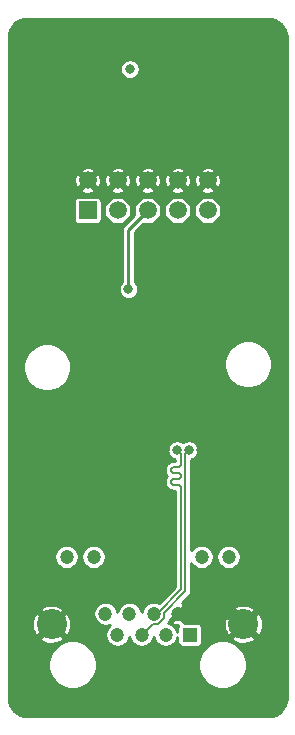
<source format=gtl>
G04 #@! TF.GenerationSoftware,KiCad,Pcbnew,5.1.2*
G04 #@! TF.CreationDate,2019-05-01T14:56:27-06:00*
G04 #@! TF.ProjectId,microphone_array_adapter_board,6d696372-6f70-4686-9f6e-655f61727261,1*
G04 #@! TF.SameCoordinates,PX826a3b0PY7270e00*
G04 #@! TF.FileFunction,Copper,L1,Top*
G04 #@! TF.FilePolarity,Positive*
%FSLAX46Y46*%
G04 Gerber Fmt 4.6, Leading zero omitted, Abs format (unit mm)*
G04 Created by KiCad (PCBNEW 5.1.2) date 2019-05-01 14:56:27*
%MOMM*%
%LPD*%
G04 APERTURE LIST*
%ADD10R,1.200000X1.200000*%
%ADD11C,1.200000*%
%ADD12C,2.550000*%
%ADD13C,1.500000*%
%ADD14R,1.500000X1.500000*%
%ADD15C,0.600000*%
%ADD16C,0.800000*%
%ADD17C,1.016000*%
%ADD18C,0.177800*%
%ADD19C,0.254000*%
G04 APERTURE END LIST*
D10*
X15820000Y7360000D03*
D11*
X14800000Y9140000D03*
X13780000Y7360000D03*
X12770000Y9140000D03*
X11740000Y7360000D03*
X10720000Y9140000D03*
X9700000Y7360000D03*
X8680000Y9140000D03*
X5390000Y13960000D03*
X7680000Y13960000D03*
X16820000Y13960000D03*
X19110000Y13960000D03*
D12*
X4125000Y8250000D03*
X20375000Y8250000D03*
D13*
X17330000Y45820000D03*
X17330000Y43280000D03*
X14790000Y45820000D03*
X14790000Y43280000D03*
X12250000Y45820000D03*
X12250000Y43280000D03*
X9710000Y45820000D03*
X9710000Y43280000D03*
X7170000Y45820000D03*
D14*
X7170000Y43280000D03*
D15*
X10500000Y16750000D03*
X10500000Y11750000D03*
X10500000Y21750000D03*
X10500000Y29250000D03*
X13500000Y16750000D03*
X13500000Y11750000D03*
X13500000Y21750000D03*
X13500000Y19250000D03*
X13500000Y29250000D03*
X15500000Y29250000D03*
X15500000Y26750000D03*
D16*
X13750000Y23000000D03*
X16750000Y23000000D03*
X12250000Y49250000D03*
X16000000Y53750000D03*
X17000000Y1500000D03*
X10250000Y1500000D03*
D15*
X7000000Y31750000D03*
X7000000Y29250000D03*
X7000000Y26750000D03*
X7000000Y24250000D03*
X7000000Y21750000D03*
X7000000Y19250000D03*
X7000000Y16750000D03*
X7000000Y11750000D03*
X7000000Y9250000D03*
X17750000Y31750000D03*
X17750000Y29250000D03*
X17750000Y26750000D03*
X17750000Y24250000D03*
X17750000Y21750000D03*
X17750000Y19250000D03*
X17750000Y16750000D03*
X17750000Y11750000D03*
X17750000Y9250000D03*
D16*
X10750000Y55250000D03*
X14761100Y23000000D03*
X15738900Y23000000D03*
X10625000Y36625000D03*
D17*
X14800000Y9140000D02*
X17640000Y9140000D01*
X19485000Y9140000D02*
X20375000Y8250000D01*
X17640000Y9140000D02*
X19485000Y9140000D01*
D18*
X13017105Y9140000D02*
X12770000Y9140000D01*
X15072200Y11195095D02*
X13017105Y9140000D01*
X15047442Y19930671D02*
X15065931Y19877831D01*
X14978072Y20017658D02*
X15017657Y19978073D01*
X14930670Y20047443D02*
X14978072Y20017658D01*
X14822200Y20072200D02*
X14877830Y20065932D01*
X14425507Y20078469D02*
X14481138Y20072200D01*
X15072200Y19822200D02*
X15072200Y11195095D01*
X14372667Y20096958D02*
X14425507Y20078469D01*
X14255895Y20213730D02*
X14285680Y20166328D01*
X14231138Y20322200D02*
X14237406Y20266570D01*
X14255895Y20430671D02*
X14237406Y20377831D01*
X14325265Y20126743D02*
X14372667Y20096958D01*
X14285680Y20478073D02*
X14255895Y20430671D01*
X14425507Y20565932D02*
X14372667Y20547443D01*
X14877830Y20065932D02*
X14930670Y20047443D01*
X14237406Y20377831D02*
X14231138Y20322200D01*
X14481138Y20572200D02*
X14425507Y20565932D01*
X14877830Y20578469D02*
X14822200Y20572200D01*
X14372667Y21547443D02*
X14325265Y21517658D01*
X14255895Y21430671D02*
X14237406Y21377831D01*
X15017657Y20666328D02*
X14978072Y20626743D01*
X14822200Y21572200D02*
X14481138Y21572200D01*
X15047442Y20713730D02*
X15017657Y20666328D01*
X14877830Y21578469D02*
X14822200Y21572200D01*
X14285680Y21478073D02*
X14255895Y21430671D01*
X15065931Y21766570D02*
X15047442Y21713730D01*
X14930670Y21596958D02*
X14877830Y21578469D01*
X14822200Y21072200D02*
X14877830Y21065932D01*
X14761100Y23000000D02*
X15072200Y22688900D01*
X15072200Y21822200D02*
X15065931Y21766570D01*
X14325265Y21517658D02*
X14285680Y21478073D01*
X15017657Y21666328D02*
X14978072Y21626743D01*
X14425507Y21565932D02*
X14372667Y21547443D01*
X14372667Y21096958D02*
X14425507Y21078469D01*
X15072200Y22688900D02*
X15072200Y21822200D01*
X15065931Y19877831D02*
X15072200Y19822200D01*
X14822200Y20572200D02*
X14481138Y20572200D01*
X14237406Y21377831D02*
X14231138Y21322200D01*
X15017657Y19978073D02*
X15047442Y19930671D01*
X14325265Y20517658D02*
X14285680Y20478073D01*
X15047442Y21713730D02*
X15017657Y21666328D01*
X14231138Y21322200D02*
X14237406Y21266570D01*
X14285680Y20166328D02*
X14325265Y20126743D01*
X14930670Y20596958D02*
X14877830Y20578469D01*
X14481138Y21072200D02*
X14822200Y21072200D01*
X14481138Y20072200D02*
X14822200Y20072200D01*
X14237406Y21266570D02*
X14255895Y21213730D01*
X14285680Y21166328D02*
X14325265Y21126743D01*
X14481138Y21572200D02*
X14425507Y21565932D01*
X14978072Y21626743D02*
X14930670Y21596958D01*
X14425507Y21078469D02*
X14481138Y21072200D01*
X14237406Y20266570D02*
X14255895Y20213730D01*
X15017657Y20978073D02*
X15047442Y20930671D01*
X14325265Y21126743D02*
X14372667Y21096958D01*
X14877830Y21065932D02*
X14930670Y21047443D01*
X15047442Y20930671D02*
X15065931Y20877831D01*
X14372667Y20547443D02*
X14325265Y20517658D01*
X14930670Y21047443D02*
X14978072Y21017658D01*
X15072200Y20822200D02*
X15065931Y20766570D01*
X14255895Y21213730D02*
X14285680Y21166328D01*
X14978072Y21017658D02*
X15017657Y20978073D01*
X14978072Y20626743D02*
X14930670Y20596958D01*
X15065931Y20877831D02*
X15072200Y20822200D01*
X15065931Y20766570D02*
X15047442Y20713730D01*
X12678699Y8298699D02*
X11740000Y7360000D01*
X13611301Y8736175D02*
X13173825Y8298699D01*
X13611301Y9231301D02*
X13611301Y8736175D01*
X15427800Y22688900D02*
X15427800Y11047800D01*
X13173825Y8298699D02*
X12678699Y8298699D01*
X15427800Y11047800D02*
X13611301Y9231301D01*
X15738900Y23000000D02*
X15427800Y22688900D01*
D19*
X10625000Y41655000D02*
X12250000Y43280000D01*
X10625000Y36625000D02*
X10625000Y41655000D01*
G36*
X22794401Y59486822D02*
G01*
X23077586Y59401323D01*
X23338768Y59262450D01*
X23568006Y59075487D01*
X23756562Y58847563D01*
X23897258Y58587350D01*
X23984730Y58304775D01*
X24018001Y57988222D01*
X24018000Y2023578D01*
X23986822Y1705599D01*
X23901324Y1422417D01*
X23762449Y1161231D01*
X23575489Y931995D01*
X23347562Y743437D01*
X23087350Y602742D01*
X22804771Y515269D01*
X22488232Y482000D01*
X2023578Y482000D01*
X1705599Y513178D01*
X1422417Y598676D01*
X1161231Y737551D01*
X931995Y924511D01*
X743437Y1152438D01*
X602742Y1412650D01*
X515269Y1695229D01*
X482000Y2011768D01*
X482000Y5022597D01*
X3843000Y5022597D01*
X3843000Y4617403D01*
X3922049Y4219995D01*
X4077110Y3845645D01*
X4302224Y3508739D01*
X4588739Y3222224D01*
X4925645Y2997110D01*
X5299995Y2842049D01*
X5697403Y2763000D01*
X6102597Y2763000D01*
X6500005Y2842049D01*
X6874355Y2997110D01*
X7211261Y3222224D01*
X7497776Y3508739D01*
X7722890Y3845645D01*
X7877951Y4219995D01*
X7957000Y4617403D01*
X7957000Y5022597D01*
X16543000Y5022597D01*
X16543000Y4617403D01*
X16622049Y4219995D01*
X16777110Y3845645D01*
X17002224Y3508739D01*
X17288739Y3222224D01*
X17625645Y2997110D01*
X17999995Y2842049D01*
X18397403Y2763000D01*
X18802597Y2763000D01*
X19200005Y2842049D01*
X19574355Y2997110D01*
X19911261Y3222224D01*
X20197776Y3508739D01*
X20422890Y3845645D01*
X20577951Y4219995D01*
X20657000Y4617403D01*
X20657000Y5022597D01*
X20577951Y5420005D01*
X20422890Y5794355D01*
X20197776Y6131261D01*
X19911261Y6417776D01*
X19574355Y6642890D01*
X19200005Y6797951D01*
X18802597Y6877000D01*
X18397403Y6877000D01*
X17999995Y6797951D01*
X17625645Y6642890D01*
X17288739Y6417776D01*
X17002224Y6131261D01*
X16777110Y5794355D01*
X16622049Y5420005D01*
X16543000Y5022597D01*
X7957000Y5022597D01*
X7877951Y5420005D01*
X7722890Y5794355D01*
X7497776Y6131261D01*
X7211261Y6417776D01*
X6874355Y6642890D01*
X6500005Y6797951D01*
X6102597Y6877000D01*
X5697403Y6877000D01*
X5299995Y6797951D01*
X4925645Y6642890D01*
X4588739Y6417776D01*
X4302224Y6131261D01*
X4077110Y5794355D01*
X3922049Y5420005D01*
X3843000Y5022597D01*
X482000Y5022597D01*
X482000Y7054555D01*
X3109160Y7054555D01*
X3252515Y6833063D01*
X3545711Y6690075D01*
X3861168Y6607035D01*
X4186764Y6587133D01*
X4509986Y6631134D01*
X4818413Y6737347D01*
X4997485Y6833063D01*
X5140840Y7054555D01*
X4125000Y8070395D01*
X3109160Y7054555D01*
X482000Y7054555D01*
X482000Y8188236D01*
X2462133Y8188236D01*
X2506134Y7865014D01*
X2612347Y7556587D01*
X2708063Y7377515D01*
X2929555Y7234160D01*
X3945395Y8250000D01*
X4304605Y8250000D01*
X5320445Y7234160D01*
X5541937Y7377515D01*
X5684925Y7670711D01*
X5767965Y7986168D01*
X5787867Y8311764D01*
X5743866Y8634986D01*
X5637653Y8943413D01*
X5541937Y9122485D01*
X5357831Y9241643D01*
X7648000Y9241643D01*
X7648000Y9038357D01*
X7687660Y8838977D01*
X7765454Y8651165D01*
X7878394Y8482139D01*
X8022139Y8338394D01*
X8191165Y8225454D01*
X8378977Y8147660D01*
X8578357Y8108000D01*
X8781643Y8108000D01*
X8981023Y8147660D01*
X9086904Y8191517D01*
X9042139Y8161606D01*
X8898394Y8017861D01*
X8785454Y7848835D01*
X8707660Y7661023D01*
X8668000Y7461643D01*
X8668000Y7258357D01*
X8707660Y7058977D01*
X8785454Y6871165D01*
X8898394Y6702139D01*
X9042139Y6558394D01*
X9211165Y6445454D01*
X9398977Y6367660D01*
X9598357Y6328000D01*
X9801643Y6328000D01*
X10001023Y6367660D01*
X10188835Y6445454D01*
X10357861Y6558394D01*
X10501606Y6702139D01*
X10614546Y6871165D01*
X10692340Y7058977D01*
X10720000Y7198030D01*
X10747660Y7058977D01*
X10825454Y6871165D01*
X10938394Y6702139D01*
X11082139Y6558394D01*
X11251165Y6445454D01*
X11438977Y6367660D01*
X11638357Y6328000D01*
X11841643Y6328000D01*
X12041023Y6367660D01*
X12228835Y6445454D01*
X12397861Y6558394D01*
X12541606Y6702139D01*
X12654546Y6871165D01*
X12732340Y7058977D01*
X12760000Y7198030D01*
X12787660Y7058977D01*
X12865454Y6871165D01*
X12978394Y6702139D01*
X13122139Y6558394D01*
X13291165Y6445454D01*
X13478977Y6367660D01*
X13678357Y6328000D01*
X13881643Y6328000D01*
X14081023Y6367660D01*
X14268835Y6445454D01*
X14437861Y6558394D01*
X14581606Y6702139D01*
X14694546Y6871165D01*
X14772340Y7058977D01*
X14785910Y7127197D01*
X14785910Y6760000D01*
X14794251Y6675313D01*
X14818953Y6593881D01*
X14859067Y6518833D01*
X14913052Y6453052D01*
X14978833Y6399067D01*
X15053881Y6358953D01*
X15135313Y6334251D01*
X15220000Y6325910D01*
X16420000Y6325910D01*
X16504687Y6334251D01*
X16586119Y6358953D01*
X16661167Y6399067D01*
X16726948Y6453052D01*
X16780933Y6518833D01*
X16821047Y6593881D01*
X16845749Y6675313D01*
X16854090Y6760000D01*
X16854090Y7054555D01*
X19359160Y7054555D01*
X19502515Y6833063D01*
X19795711Y6690075D01*
X20111168Y6607035D01*
X20436764Y6587133D01*
X20759986Y6631134D01*
X21068413Y6737347D01*
X21247485Y6833063D01*
X21390840Y7054555D01*
X20375000Y8070395D01*
X19359160Y7054555D01*
X16854090Y7054555D01*
X16854090Y7960000D01*
X16845749Y8044687D01*
X16821047Y8126119D01*
X16787845Y8188236D01*
X18712133Y8188236D01*
X18756134Y7865014D01*
X18862347Y7556587D01*
X18958063Y7377515D01*
X19179555Y7234160D01*
X20195395Y8250000D01*
X20554605Y8250000D01*
X21570445Y7234160D01*
X21791937Y7377515D01*
X21934925Y7670711D01*
X22017965Y7986168D01*
X22037867Y8311764D01*
X21993866Y8634986D01*
X21887653Y8943413D01*
X21791937Y9122485D01*
X21570445Y9265840D01*
X20554605Y8250000D01*
X20195395Y8250000D01*
X19179555Y9265840D01*
X18958063Y9122485D01*
X18815075Y8829289D01*
X18732035Y8513832D01*
X18712133Y8188236D01*
X16787845Y8188236D01*
X16780933Y8201167D01*
X16726948Y8266948D01*
X16661167Y8320933D01*
X16586119Y8361047D01*
X16504687Y8385749D01*
X16420000Y8394090D01*
X15320155Y8394090D01*
X15333437Y8426958D01*
X14800000Y8960395D01*
X14266563Y8426958D01*
X14328166Y8274511D01*
X14506081Y8199091D01*
X14695291Y8159829D01*
X14836349Y8158665D01*
X14818953Y8126119D01*
X14794251Y8044687D01*
X14785910Y7960000D01*
X14785910Y7592803D01*
X14772340Y7661023D01*
X14694546Y7848835D01*
X14581606Y8017861D01*
X14437861Y8161606D01*
X14268835Y8274546D01*
X14081023Y8352340D01*
X13985713Y8371299D01*
X14046509Y8445378D01*
X14094878Y8535871D01*
X14124664Y8634061D01*
X14125779Y8645384D01*
X14620395Y9140000D01*
X14979605Y9140000D01*
X15513042Y8606563D01*
X15665489Y8668166D01*
X15740909Y8846081D01*
X15780171Y9035291D01*
X15781765Y9228525D01*
X15745630Y9418356D01*
X15734671Y9445445D01*
X19359160Y9445445D01*
X20375000Y8429605D01*
X21390840Y9445445D01*
X21247485Y9666937D01*
X20954289Y9809925D01*
X20638832Y9892965D01*
X20313236Y9912867D01*
X19990014Y9868866D01*
X19681587Y9762653D01*
X19502515Y9666937D01*
X19359160Y9445445D01*
X15734671Y9445445D01*
X15673155Y9597491D01*
X15665489Y9611834D01*
X15513042Y9673437D01*
X14979605Y9140000D01*
X14620395Y9140000D01*
X14606253Y9154142D01*
X14785858Y9333747D01*
X14800000Y9319605D01*
X15333437Y9853042D01*
X15271834Y10005489D01*
X15166714Y10050050D01*
X15778039Y10661375D01*
X15797914Y10677686D01*
X15863008Y10757003D01*
X15911377Y10847496D01*
X15941163Y10945686D01*
X15948700Y11022213D01*
X15951220Y11047800D01*
X15948700Y11073387D01*
X15948700Y13406443D01*
X16018394Y13302139D01*
X16162139Y13158394D01*
X16331165Y13045454D01*
X16518977Y12967660D01*
X16718357Y12928000D01*
X16921643Y12928000D01*
X17121023Y12967660D01*
X17308835Y13045454D01*
X17477861Y13158394D01*
X17621606Y13302139D01*
X17734546Y13471165D01*
X17812340Y13658977D01*
X17852000Y13858357D01*
X17852000Y14061643D01*
X18078000Y14061643D01*
X18078000Y13858357D01*
X18117660Y13658977D01*
X18195454Y13471165D01*
X18308394Y13302139D01*
X18452139Y13158394D01*
X18621165Y13045454D01*
X18808977Y12967660D01*
X19008357Y12928000D01*
X19211643Y12928000D01*
X19411023Y12967660D01*
X19598835Y13045454D01*
X19767861Y13158394D01*
X19911606Y13302139D01*
X20024546Y13471165D01*
X20102340Y13658977D01*
X20142000Y13858357D01*
X20142000Y14061643D01*
X20102340Y14261023D01*
X20024546Y14448835D01*
X19911606Y14617861D01*
X19767861Y14761606D01*
X19598835Y14874546D01*
X19411023Y14952340D01*
X19211643Y14992000D01*
X19008357Y14992000D01*
X18808977Y14952340D01*
X18621165Y14874546D01*
X18452139Y14761606D01*
X18308394Y14617861D01*
X18195454Y14448835D01*
X18117660Y14261023D01*
X18078000Y14061643D01*
X17852000Y14061643D01*
X17812340Y14261023D01*
X17734546Y14448835D01*
X17621606Y14617861D01*
X17477861Y14761606D01*
X17308835Y14874546D01*
X17121023Y14952340D01*
X16921643Y14992000D01*
X16718357Y14992000D01*
X16518977Y14952340D01*
X16331165Y14874546D01*
X16162139Y14761606D01*
X16018394Y14617861D01*
X15948700Y14513557D01*
X15948700Y22193432D01*
X15981586Y22199973D01*
X16133000Y22262691D01*
X16269269Y22353743D01*
X16385157Y22469631D01*
X16476209Y22605900D01*
X16538927Y22757314D01*
X16570900Y22918055D01*
X16570900Y23081945D01*
X16538927Y23242686D01*
X16476209Y23394100D01*
X16385157Y23530369D01*
X16269269Y23646257D01*
X16133000Y23737309D01*
X15981586Y23800027D01*
X15820845Y23832000D01*
X15656955Y23832000D01*
X15496214Y23800027D01*
X15344800Y23737309D01*
X15250000Y23673966D01*
X15155200Y23737309D01*
X15003786Y23800027D01*
X14843045Y23832000D01*
X14679155Y23832000D01*
X14518414Y23800027D01*
X14367000Y23737309D01*
X14230731Y23646257D01*
X14114843Y23530369D01*
X14023791Y23394100D01*
X13961073Y23242686D01*
X13929100Y23081945D01*
X13929100Y22918055D01*
X13961073Y22757314D01*
X14023791Y22605900D01*
X14114843Y22469631D01*
X14230731Y22353743D01*
X14367000Y22262691D01*
X14518414Y22199973D01*
X14551301Y22193432D01*
X14551301Y22093100D01*
X14528755Y22093100D01*
X14525132Y22093768D01*
X14477530Y22093100D01*
X14455551Y22093100D01*
X14451899Y22092740D01*
X14448242Y22092689D01*
X14426460Y22090235D01*
X14379024Y22085563D01*
X14378155Y22085299D01*
X14352342Y22084213D01*
X14309606Y22073826D01*
X14266558Y22064634D01*
X14236221Y22051566D01*
X14217869Y22045145D01*
X14186002Y22036446D01*
X14146633Y22016802D01*
X14106735Y21998273D01*
X14080065Y21978782D01*
X14063606Y21968440D01*
X14034469Y21952866D01*
X14000455Y21924951D01*
X13965676Y21898005D01*
X13944013Y21873069D01*
X13930268Y21859324D01*
X13905333Y21837662D01*
X13878388Y21802883D01*
X13850473Y21768869D01*
X13834904Y21739742D01*
X13824560Y21723280D01*
X13805064Y21696603D01*
X13786534Y21656700D01*
X13766892Y21617336D01*
X13758192Y21585464D01*
X13751774Y21567122D01*
X13738704Y21536780D01*
X13729510Y21493724D01*
X13719125Y21450995D01*
X13717736Y21417999D01*
X13715559Y21398676D01*
X13709570Y21366193D01*
X13710187Y21322200D01*
X13709570Y21278206D01*
X13715560Y21245717D01*
X13717736Y21226408D01*
X13719125Y21193406D01*
X13729517Y21150650D01*
X13738705Y21107620D01*
X13751773Y21077282D01*
X13758192Y21058937D01*
X13766892Y21027065D01*
X13786534Y20987701D01*
X13805064Y20947798D01*
X13824560Y20921121D01*
X13834904Y20904659D01*
X13850473Y20875532D01*
X13878388Y20841518D01*
X13893354Y20822200D01*
X13878388Y20802883D01*
X13850473Y20768869D01*
X13834904Y20739742D01*
X13824560Y20723280D01*
X13805064Y20696603D01*
X13786534Y20656700D01*
X13766892Y20617336D01*
X13758192Y20585464D01*
X13751774Y20567122D01*
X13738704Y20536780D01*
X13729510Y20493724D01*
X13719125Y20450995D01*
X13717736Y20417999D01*
X13715559Y20398676D01*
X13709570Y20366193D01*
X13710187Y20322200D01*
X13709570Y20278206D01*
X13715560Y20245717D01*
X13717736Y20226408D01*
X13719125Y20193406D01*
X13729517Y20150650D01*
X13738705Y20107620D01*
X13751773Y20077282D01*
X13758192Y20058937D01*
X13766892Y20027065D01*
X13786534Y19987701D01*
X13805064Y19947798D01*
X13824560Y19921121D01*
X13834904Y19904659D01*
X13850473Y19875532D01*
X13878388Y19841518D01*
X13905333Y19806739D01*
X13930268Y19785077D01*
X13944013Y19771332D01*
X13965676Y19746396D01*
X14000455Y19719450D01*
X14034469Y19691535D01*
X14063606Y19675961D01*
X14080065Y19665619D01*
X14106735Y19646128D01*
X14146633Y19627599D01*
X14186002Y19607955D01*
X14217869Y19599256D01*
X14236216Y19592837D01*
X14266549Y19579770D01*
X14309588Y19570579D01*
X14352342Y19560188D01*
X14378152Y19559102D01*
X14379024Y19558837D01*
X14426487Y19554162D01*
X14448233Y19551712D01*
X14451889Y19551661D01*
X14455551Y19551300D01*
X14477565Y19551300D01*
X14525123Y19550632D01*
X14528746Y19551300D01*
X14551300Y19551300D01*
X14551301Y11410860D01*
X13213688Y10073246D01*
X13071023Y10132340D01*
X12871643Y10172000D01*
X12668357Y10172000D01*
X12468977Y10132340D01*
X12281165Y10054546D01*
X12112139Y9941606D01*
X11968394Y9797861D01*
X11855454Y9628835D01*
X11777660Y9441023D01*
X11745000Y9276834D01*
X11712340Y9441023D01*
X11634546Y9628835D01*
X11521606Y9797861D01*
X11377861Y9941606D01*
X11208835Y10054546D01*
X11021023Y10132340D01*
X10821643Y10172000D01*
X10618357Y10172000D01*
X10418977Y10132340D01*
X10231165Y10054546D01*
X10062139Y9941606D01*
X9918394Y9797861D01*
X9805454Y9628835D01*
X9727660Y9441023D01*
X9700000Y9301970D01*
X9672340Y9441023D01*
X9594546Y9628835D01*
X9481606Y9797861D01*
X9337861Y9941606D01*
X9168835Y10054546D01*
X8981023Y10132340D01*
X8781643Y10172000D01*
X8578357Y10172000D01*
X8378977Y10132340D01*
X8191165Y10054546D01*
X8022139Y9941606D01*
X7878394Y9797861D01*
X7765454Y9628835D01*
X7687660Y9441023D01*
X7648000Y9241643D01*
X5357831Y9241643D01*
X5320445Y9265840D01*
X4304605Y8250000D01*
X3945395Y8250000D01*
X2929555Y9265840D01*
X2708063Y9122485D01*
X2565075Y8829289D01*
X2482035Y8513832D01*
X2462133Y8188236D01*
X482000Y8188236D01*
X482000Y9445445D01*
X3109160Y9445445D01*
X4125000Y8429605D01*
X5140840Y9445445D01*
X4997485Y9666937D01*
X4704289Y9809925D01*
X4388832Y9892965D01*
X4063236Y9912867D01*
X3740014Y9868866D01*
X3431587Y9762653D01*
X3252515Y9666937D01*
X3109160Y9445445D01*
X482000Y9445445D01*
X482000Y14061643D01*
X4358000Y14061643D01*
X4358000Y13858357D01*
X4397660Y13658977D01*
X4475454Y13471165D01*
X4588394Y13302139D01*
X4732139Y13158394D01*
X4901165Y13045454D01*
X5088977Y12967660D01*
X5288357Y12928000D01*
X5491643Y12928000D01*
X5691023Y12967660D01*
X5878835Y13045454D01*
X6047861Y13158394D01*
X6191606Y13302139D01*
X6304546Y13471165D01*
X6382340Y13658977D01*
X6422000Y13858357D01*
X6422000Y14061643D01*
X6648000Y14061643D01*
X6648000Y13858357D01*
X6687660Y13658977D01*
X6765454Y13471165D01*
X6878394Y13302139D01*
X7022139Y13158394D01*
X7191165Y13045454D01*
X7378977Y12967660D01*
X7578357Y12928000D01*
X7781643Y12928000D01*
X7981023Y12967660D01*
X8168835Y13045454D01*
X8337861Y13158394D01*
X8481606Y13302139D01*
X8594546Y13471165D01*
X8672340Y13658977D01*
X8712000Y13858357D01*
X8712000Y14061643D01*
X8672340Y14261023D01*
X8594546Y14448835D01*
X8481606Y14617861D01*
X8337861Y14761606D01*
X8168835Y14874546D01*
X7981023Y14952340D01*
X7781643Y14992000D01*
X7578357Y14992000D01*
X7378977Y14952340D01*
X7191165Y14874546D01*
X7022139Y14761606D01*
X6878394Y14617861D01*
X6765454Y14448835D01*
X6687660Y14261023D01*
X6648000Y14061643D01*
X6422000Y14061643D01*
X6382340Y14261023D01*
X6304546Y14448835D01*
X6191606Y14617861D01*
X6047861Y14761606D01*
X5878835Y14874546D01*
X5691023Y14952340D01*
X5491643Y14992000D01*
X5288357Y14992000D01*
X5088977Y14952340D01*
X4901165Y14874546D01*
X4732139Y14761606D01*
X4588394Y14617861D01*
X4475454Y14448835D01*
X4397660Y14261023D01*
X4358000Y14061643D01*
X482000Y14061643D01*
X482000Y30200135D01*
X1718000Y30200135D01*
X1718000Y29799865D01*
X1796089Y29407287D01*
X1949265Y29037487D01*
X2171643Y28704675D01*
X2454675Y28421643D01*
X2787487Y28199265D01*
X3157287Y28046089D01*
X3549865Y27968000D01*
X3950135Y27968000D01*
X4342713Y28046089D01*
X4712513Y28199265D01*
X5045325Y28421643D01*
X5328357Y28704675D01*
X5550735Y29037487D01*
X5703911Y29407287D01*
X5782000Y29799865D01*
X5782000Y30200135D01*
X5732272Y30450135D01*
X18718000Y30450135D01*
X18718000Y30049865D01*
X18796089Y29657287D01*
X18949265Y29287487D01*
X19171643Y28954675D01*
X19454675Y28671643D01*
X19787487Y28449265D01*
X20157287Y28296089D01*
X20549865Y28218000D01*
X20950135Y28218000D01*
X21342713Y28296089D01*
X21712513Y28449265D01*
X22045325Y28671643D01*
X22328357Y28954675D01*
X22550735Y29287487D01*
X22703911Y29657287D01*
X22782000Y30049865D01*
X22782000Y30450135D01*
X22703911Y30842713D01*
X22550735Y31212513D01*
X22328357Y31545325D01*
X22045325Y31828357D01*
X21712513Y32050735D01*
X21342713Y32203911D01*
X20950135Y32282000D01*
X20549865Y32282000D01*
X20157287Y32203911D01*
X19787487Y32050735D01*
X19454675Y31828357D01*
X19171643Y31545325D01*
X18949265Y31212513D01*
X18796089Y30842713D01*
X18718000Y30450135D01*
X5732272Y30450135D01*
X5703911Y30592713D01*
X5550735Y30962513D01*
X5328357Y31295325D01*
X5045325Y31578357D01*
X4712513Y31800735D01*
X4342713Y31953911D01*
X3950135Y32032000D01*
X3549865Y32032000D01*
X3157287Y31953911D01*
X2787487Y31800735D01*
X2454675Y31578357D01*
X2171643Y31295325D01*
X1949265Y30962513D01*
X1796089Y30592713D01*
X1718000Y30200135D01*
X482000Y30200135D01*
X482000Y36706945D01*
X9793000Y36706945D01*
X9793000Y36543055D01*
X9824973Y36382314D01*
X9887691Y36230900D01*
X9978743Y36094631D01*
X10094631Y35978743D01*
X10230900Y35887691D01*
X10382314Y35824973D01*
X10543055Y35793000D01*
X10706945Y35793000D01*
X10867686Y35824973D01*
X11019100Y35887691D01*
X11155369Y35978743D01*
X11271257Y36094631D01*
X11362309Y36230900D01*
X11425027Y36382314D01*
X11457000Y36543055D01*
X11457000Y36706945D01*
X11425027Y36867686D01*
X11362309Y37019100D01*
X11271257Y37155369D01*
X11184000Y37242626D01*
X11184000Y41423456D01*
X11904336Y42143791D01*
X11905223Y42143424D01*
X12133583Y42098000D01*
X12366417Y42098000D01*
X12594777Y42143424D01*
X12809887Y42232525D01*
X13003481Y42361881D01*
X13168119Y42526519D01*
X13297475Y42720113D01*
X13386576Y42935223D01*
X13432000Y43163583D01*
X13432000Y43396417D01*
X13608000Y43396417D01*
X13608000Y43163583D01*
X13653424Y42935223D01*
X13742525Y42720113D01*
X13871881Y42526519D01*
X14036519Y42361881D01*
X14230113Y42232525D01*
X14445223Y42143424D01*
X14673583Y42098000D01*
X14906417Y42098000D01*
X15134777Y42143424D01*
X15349887Y42232525D01*
X15543481Y42361881D01*
X15708119Y42526519D01*
X15837475Y42720113D01*
X15926576Y42935223D01*
X15972000Y43163583D01*
X15972000Y43396417D01*
X16148000Y43396417D01*
X16148000Y43163583D01*
X16193424Y42935223D01*
X16282525Y42720113D01*
X16411881Y42526519D01*
X16576519Y42361881D01*
X16770113Y42232525D01*
X16985223Y42143424D01*
X17213583Y42098000D01*
X17446417Y42098000D01*
X17674777Y42143424D01*
X17889887Y42232525D01*
X18083481Y42361881D01*
X18248119Y42526519D01*
X18377475Y42720113D01*
X18466576Y42935223D01*
X18512000Y43163583D01*
X18512000Y43396417D01*
X18466576Y43624777D01*
X18377475Y43839887D01*
X18248119Y44033481D01*
X18083481Y44198119D01*
X17889887Y44327475D01*
X17674777Y44416576D01*
X17446417Y44462000D01*
X17213583Y44462000D01*
X16985223Y44416576D01*
X16770113Y44327475D01*
X16576519Y44198119D01*
X16411881Y44033481D01*
X16282525Y43839887D01*
X16193424Y43624777D01*
X16148000Y43396417D01*
X15972000Y43396417D01*
X15926576Y43624777D01*
X15837475Y43839887D01*
X15708119Y44033481D01*
X15543481Y44198119D01*
X15349887Y44327475D01*
X15134777Y44416576D01*
X14906417Y44462000D01*
X14673583Y44462000D01*
X14445223Y44416576D01*
X14230113Y44327475D01*
X14036519Y44198119D01*
X13871881Y44033481D01*
X13742525Y43839887D01*
X13653424Y43624777D01*
X13608000Y43396417D01*
X13432000Y43396417D01*
X13386576Y43624777D01*
X13297475Y43839887D01*
X13168119Y44033481D01*
X13003481Y44198119D01*
X12809887Y44327475D01*
X12594777Y44416576D01*
X12366417Y44462000D01*
X12133583Y44462000D01*
X11905223Y44416576D01*
X11690113Y44327475D01*
X11496519Y44198119D01*
X11331881Y44033481D01*
X11202525Y43839887D01*
X11113424Y43624777D01*
X11068000Y43396417D01*
X11068000Y43163583D01*
X11113424Y42935223D01*
X11113791Y42934336D01*
X10249146Y42069690D01*
X10227816Y42052185D01*
X10157961Y41967066D01*
X10106053Y41869954D01*
X10074089Y41764583D01*
X10063296Y41655000D01*
X10066001Y41627536D01*
X10066000Y37242626D01*
X9978743Y37155369D01*
X9887691Y37019100D01*
X9824973Y36867686D01*
X9793000Y36706945D01*
X482000Y36706945D01*
X482000Y44030000D01*
X5985910Y44030000D01*
X5985910Y42530000D01*
X5994251Y42445313D01*
X6018953Y42363881D01*
X6059067Y42288833D01*
X6113052Y42223052D01*
X6178833Y42169067D01*
X6253881Y42128953D01*
X6335313Y42104251D01*
X6420000Y42095910D01*
X7920000Y42095910D01*
X8004687Y42104251D01*
X8086119Y42128953D01*
X8161167Y42169067D01*
X8226948Y42223052D01*
X8280933Y42288833D01*
X8321047Y42363881D01*
X8345749Y42445313D01*
X8354090Y42530000D01*
X8354090Y43396417D01*
X8528000Y43396417D01*
X8528000Y43163583D01*
X8573424Y42935223D01*
X8662525Y42720113D01*
X8791881Y42526519D01*
X8956519Y42361881D01*
X9150113Y42232525D01*
X9365223Y42143424D01*
X9593583Y42098000D01*
X9826417Y42098000D01*
X10054777Y42143424D01*
X10269887Y42232525D01*
X10463481Y42361881D01*
X10628119Y42526519D01*
X10757475Y42720113D01*
X10846576Y42935223D01*
X10892000Y43163583D01*
X10892000Y43396417D01*
X10846576Y43624777D01*
X10757475Y43839887D01*
X10628119Y44033481D01*
X10463481Y44198119D01*
X10269887Y44327475D01*
X10054777Y44416576D01*
X9826417Y44462000D01*
X9593583Y44462000D01*
X9365223Y44416576D01*
X9150113Y44327475D01*
X8956519Y44198119D01*
X8791881Y44033481D01*
X8662525Y43839887D01*
X8573424Y43624777D01*
X8528000Y43396417D01*
X8354090Y43396417D01*
X8354090Y44030000D01*
X8345749Y44114687D01*
X8321047Y44196119D01*
X8280933Y44271167D01*
X8226948Y44336948D01*
X8161167Y44390933D01*
X8086119Y44431047D01*
X8004687Y44455749D01*
X7920000Y44464090D01*
X6420000Y44464090D01*
X6335313Y44455749D01*
X6253881Y44431047D01*
X6178833Y44390933D01*
X6113052Y44336948D01*
X6059067Y44271167D01*
X6018953Y44196119D01*
X5994251Y44114687D01*
X5985910Y44030000D01*
X482000Y44030000D01*
X482000Y44999439D01*
X6529044Y44999439D01*
X6608927Y44831685D01*
X6812519Y44741215D01*
X7029848Y44692202D01*
X7252563Y44686530D01*
X7472106Y44724417D01*
X7680039Y44804407D01*
X7731073Y44831685D01*
X7810956Y44999439D01*
X9069044Y44999439D01*
X9148927Y44831685D01*
X9352519Y44741215D01*
X9569848Y44692202D01*
X9792563Y44686530D01*
X10012106Y44724417D01*
X10220039Y44804407D01*
X10271073Y44831685D01*
X10350956Y44999439D01*
X11609044Y44999439D01*
X11688927Y44831685D01*
X11892519Y44741215D01*
X12109848Y44692202D01*
X12332563Y44686530D01*
X12552106Y44724417D01*
X12760039Y44804407D01*
X12811073Y44831685D01*
X12890956Y44999439D01*
X14149044Y44999439D01*
X14228927Y44831685D01*
X14432519Y44741215D01*
X14649848Y44692202D01*
X14872563Y44686530D01*
X15092106Y44724417D01*
X15300039Y44804407D01*
X15351073Y44831685D01*
X15430956Y44999439D01*
X16689044Y44999439D01*
X16768927Y44831685D01*
X16972519Y44741215D01*
X17189848Y44692202D01*
X17412563Y44686530D01*
X17632106Y44724417D01*
X17840039Y44804407D01*
X17891073Y44831685D01*
X17970956Y44999439D01*
X17330000Y45640395D01*
X16689044Y44999439D01*
X15430956Y44999439D01*
X14790000Y45640395D01*
X14149044Y44999439D01*
X12890956Y44999439D01*
X12250000Y45640395D01*
X11609044Y44999439D01*
X10350956Y44999439D01*
X9710000Y45640395D01*
X9069044Y44999439D01*
X7810956Y44999439D01*
X7170000Y45640395D01*
X6529044Y44999439D01*
X482000Y44999439D01*
X482000Y45737437D01*
X6036530Y45737437D01*
X6074417Y45517894D01*
X6154407Y45309961D01*
X6181685Y45258927D01*
X6349439Y45179044D01*
X6990395Y45820000D01*
X7349605Y45820000D01*
X7990561Y45179044D01*
X8158315Y45258927D01*
X8248785Y45462519D01*
X8297798Y45679848D01*
X8299264Y45737437D01*
X8576530Y45737437D01*
X8614417Y45517894D01*
X8694407Y45309961D01*
X8721685Y45258927D01*
X8889439Y45179044D01*
X9530395Y45820000D01*
X9889605Y45820000D01*
X10530561Y45179044D01*
X10698315Y45258927D01*
X10788785Y45462519D01*
X10837798Y45679848D01*
X10839264Y45737437D01*
X11116530Y45737437D01*
X11154417Y45517894D01*
X11234407Y45309961D01*
X11261685Y45258927D01*
X11429439Y45179044D01*
X12070395Y45820000D01*
X12429605Y45820000D01*
X13070561Y45179044D01*
X13238315Y45258927D01*
X13328785Y45462519D01*
X13377798Y45679848D01*
X13379264Y45737437D01*
X13656530Y45737437D01*
X13694417Y45517894D01*
X13774407Y45309961D01*
X13801685Y45258927D01*
X13969439Y45179044D01*
X14610395Y45820000D01*
X14969605Y45820000D01*
X15610561Y45179044D01*
X15778315Y45258927D01*
X15868785Y45462519D01*
X15917798Y45679848D01*
X15919264Y45737437D01*
X16196530Y45737437D01*
X16234417Y45517894D01*
X16314407Y45309961D01*
X16341685Y45258927D01*
X16509439Y45179044D01*
X17150395Y45820000D01*
X17509605Y45820000D01*
X18150561Y45179044D01*
X18318315Y45258927D01*
X18408785Y45462519D01*
X18457798Y45679848D01*
X18463470Y45902563D01*
X18425583Y46122106D01*
X18345593Y46330039D01*
X18318315Y46381073D01*
X18150561Y46460956D01*
X17509605Y45820000D01*
X17150395Y45820000D01*
X16509439Y46460956D01*
X16341685Y46381073D01*
X16251215Y46177481D01*
X16202202Y45960152D01*
X16196530Y45737437D01*
X15919264Y45737437D01*
X15923470Y45902563D01*
X15885583Y46122106D01*
X15805593Y46330039D01*
X15778315Y46381073D01*
X15610561Y46460956D01*
X14969605Y45820000D01*
X14610395Y45820000D01*
X13969439Y46460956D01*
X13801685Y46381073D01*
X13711215Y46177481D01*
X13662202Y45960152D01*
X13656530Y45737437D01*
X13379264Y45737437D01*
X13383470Y45902563D01*
X13345583Y46122106D01*
X13265593Y46330039D01*
X13238315Y46381073D01*
X13070561Y46460956D01*
X12429605Y45820000D01*
X12070395Y45820000D01*
X11429439Y46460956D01*
X11261685Y46381073D01*
X11171215Y46177481D01*
X11122202Y45960152D01*
X11116530Y45737437D01*
X10839264Y45737437D01*
X10843470Y45902563D01*
X10805583Y46122106D01*
X10725593Y46330039D01*
X10698315Y46381073D01*
X10530561Y46460956D01*
X9889605Y45820000D01*
X9530395Y45820000D01*
X8889439Y46460956D01*
X8721685Y46381073D01*
X8631215Y46177481D01*
X8582202Y45960152D01*
X8576530Y45737437D01*
X8299264Y45737437D01*
X8303470Y45902563D01*
X8265583Y46122106D01*
X8185593Y46330039D01*
X8158315Y46381073D01*
X7990561Y46460956D01*
X7349605Y45820000D01*
X6990395Y45820000D01*
X6349439Y46460956D01*
X6181685Y46381073D01*
X6091215Y46177481D01*
X6042202Y45960152D01*
X6036530Y45737437D01*
X482000Y45737437D01*
X482000Y46640561D01*
X6529044Y46640561D01*
X7170000Y45999605D01*
X7810956Y46640561D01*
X9069044Y46640561D01*
X9710000Y45999605D01*
X10350956Y46640561D01*
X11609044Y46640561D01*
X12250000Y45999605D01*
X12890956Y46640561D01*
X14149044Y46640561D01*
X14790000Y45999605D01*
X15430956Y46640561D01*
X16689044Y46640561D01*
X17330000Y45999605D01*
X17970956Y46640561D01*
X17891073Y46808315D01*
X17687481Y46898785D01*
X17470152Y46947798D01*
X17247437Y46953470D01*
X17027894Y46915583D01*
X16819961Y46835593D01*
X16768927Y46808315D01*
X16689044Y46640561D01*
X15430956Y46640561D01*
X15351073Y46808315D01*
X15147481Y46898785D01*
X14930152Y46947798D01*
X14707437Y46953470D01*
X14487894Y46915583D01*
X14279961Y46835593D01*
X14228927Y46808315D01*
X14149044Y46640561D01*
X12890956Y46640561D01*
X12811073Y46808315D01*
X12607481Y46898785D01*
X12390152Y46947798D01*
X12167437Y46953470D01*
X11947894Y46915583D01*
X11739961Y46835593D01*
X11688927Y46808315D01*
X11609044Y46640561D01*
X10350956Y46640561D01*
X10271073Y46808315D01*
X10067481Y46898785D01*
X9850152Y46947798D01*
X9627437Y46953470D01*
X9407894Y46915583D01*
X9199961Y46835593D01*
X9148927Y46808315D01*
X9069044Y46640561D01*
X7810956Y46640561D01*
X7731073Y46808315D01*
X7527481Y46898785D01*
X7310152Y46947798D01*
X7087437Y46953470D01*
X6867894Y46915583D01*
X6659961Y46835593D01*
X6608927Y46808315D01*
X6529044Y46640561D01*
X482000Y46640561D01*
X482000Y55331945D01*
X9918000Y55331945D01*
X9918000Y55168055D01*
X9949973Y55007314D01*
X10012691Y54855900D01*
X10103743Y54719631D01*
X10219631Y54603743D01*
X10355900Y54512691D01*
X10507314Y54449973D01*
X10668055Y54418000D01*
X10831945Y54418000D01*
X10992686Y54449973D01*
X11144100Y54512691D01*
X11280369Y54603743D01*
X11396257Y54719631D01*
X11487309Y54855900D01*
X11550027Y55007314D01*
X11582000Y55168055D01*
X11582000Y55331945D01*
X11550027Y55492686D01*
X11487309Y55644100D01*
X11396257Y55780369D01*
X11280369Y55896257D01*
X11144100Y55987309D01*
X10992686Y56050027D01*
X10831945Y56082000D01*
X10668055Y56082000D01*
X10507314Y56050027D01*
X10355900Y55987309D01*
X10219631Y55896257D01*
X10103743Y55780369D01*
X10012691Y55644100D01*
X9949973Y55492686D01*
X9918000Y55331945D01*
X482000Y55331945D01*
X482000Y57976422D01*
X513178Y58294401D01*
X598677Y58577586D01*
X737550Y58838768D01*
X924513Y59068006D01*
X1152437Y59256562D01*
X1412650Y59397258D01*
X1695225Y59484730D01*
X2011768Y59518000D01*
X22476422Y59518000D01*
X22794401Y59486822D01*
X22794401Y59486822D01*
G37*
X22794401Y59486822D02*
X23077586Y59401323D01*
X23338768Y59262450D01*
X23568006Y59075487D01*
X23756562Y58847563D01*
X23897258Y58587350D01*
X23984730Y58304775D01*
X24018001Y57988222D01*
X24018000Y2023578D01*
X23986822Y1705599D01*
X23901324Y1422417D01*
X23762449Y1161231D01*
X23575489Y931995D01*
X23347562Y743437D01*
X23087350Y602742D01*
X22804771Y515269D01*
X22488232Y482000D01*
X2023578Y482000D01*
X1705599Y513178D01*
X1422417Y598676D01*
X1161231Y737551D01*
X931995Y924511D01*
X743437Y1152438D01*
X602742Y1412650D01*
X515269Y1695229D01*
X482000Y2011768D01*
X482000Y5022597D01*
X3843000Y5022597D01*
X3843000Y4617403D01*
X3922049Y4219995D01*
X4077110Y3845645D01*
X4302224Y3508739D01*
X4588739Y3222224D01*
X4925645Y2997110D01*
X5299995Y2842049D01*
X5697403Y2763000D01*
X6102597Y2763000D01*
X6500005Y2842049D01*
X6874355Y2997110D01*
X7211261Y3222224D01*
X7497776Y3508739D01*
X7722890Y3845645D01*
X7877951Y4219995D01*
X7957000Y4617403D01*
X7957000Y5022597D01*
X16543000Y5022597D01*
X16543000Y4617403D01*
X16622049Y4219995D01*
X16777110Y3845645D01*
X17002224Y3508739D01*
X17288739Y3222224D01*
X17625645Y2997110D01*
X17999995Y2842049D01*
X18397403Y2763000D01*
X18802597Y2763000D01*
X19200005Y2842049D01*
X19574355Y2997110D01*
X19911261Y3222224D01*
X20197776Y3508739D01*
X20422890Y3845645D01*
X20577951Y4219995D01*
X20657000Y4617403D01*
X20657000Y5022597D01*
X20577951Y5420005D01*
X20422890Y5794355D01*
X20197776Y6131261D01*
X19911261Y6417776D01*
X19574355Y6642890D01*
X19200005Y6797951D01*
X18802597Y6877000D01*
X18397403Y6877000D01*
X17999995Y6797951D01*
X17625645Y6642890D01*
X17288739Y6417776D01*
X17002224Y6131261D01*
X16777110Y5794355D01*
X16622049Y5420005D01*
X16543000Y5022597D01*
X7957000Y5022597D01*
X7877951Y5420005D01*
X7722890Y5794355D01*
X7497776Y6131261D01*
X7211261Y6417776D01*
X6874355Y6642890D01*
X6500005Y6797951D01*
X6102597Y6877000D01*
X5697403Y6877000D01*
X5299995Y6797951D01*
X4925645Y6642890D01*
X4588739Y6417776D01*
X4302224Y6131261D01*
X4077110Y5794355D01*
X3922049Y5420005D01*
X3843000Y5022597D01*
X482000Y5022597D01*
X482000Y7054555D01*
X3109160Y7054555D01*
X3252515Y6833063D01*
X3545711Y6690075D01*
X3861168Y6607035D01*
X4186764Y6587133D01*
X4509986Y6631134D01*
X4818413Y6737347D01*
X4997485Y6833063D01*
X5140840Y7054555D01*
X4125000Y8070395D01*
X3109160Y7054555D01*
X482000Y7054555D01*
X482000Y8188236D01*
X2462133Y8188236D01*
X2506134Y7865014D01*
X2612347Y7556587D01*
X2708063Y7377515D01*
X2929555Y7234160D01*
X3945395Y8250000D01*
X4304605Y8250000D01*
X5320445Y7234160D01*
X5541937Y7377515D01*
X5684925Y7670711D01*
X5767965Y7986168D01*
X5787867Y8311764D01*
X5743866Y8634986D01*
X5637653Y8943413D01*
X5541937Y9122485D01*
X5357831Y9241643D01*
X7648000Y9241643D01*
X7648000Y9038357D01*
X7687660Y8838977D01*
X7765454Y8651165D01*
X7878394Y8482139D01*
X8022139Y8338394D01*
X8191165Y8225454D01*
X8378977Y8147660D01*
X8578357Y8108000D01*
X8781643Y8108000D01*
X8981023Y8147660D01*
X9086904Y8191517D01*
X9042139Y8161606D01*
X8898394Y8017861D01*
X8785454Y7848835D01*
X8707660Y7661023D01*
X8668000Y7461643D01*
X8668000Y7258357D01*
X8707660Y7058977D01*
X8785454Y6871165D01*
X8898394Y6702139D01*
X9042139Y6558394D01*
X9211165Y6445454D01*
X9398977Y6367660D01*
X9598357Y6328000D01*
X9801643Y6328000D01*
X10001023Y6367660D01*
X10188835Y6445454D01*
X10357861Y6558394D01*
X10501606Y6702139D01*
X10614546Y6871165D01*
X10692340Y7058977D01*
X10720000Y7198030D01*
X10747660Y7058977D01*
X10825454Y6871165D01*
X10938394Y6702139D01*
X11082139Y6558394D01*
X11251165Y6445454D01*
X11438977Y6367660D01*
X11638357Y6328000D01*
X11841643Y6328000D01*
X12041023Y6367660D01*
X12228835Y6445454D01*
X12397861Y6558394D01*
X12541606Y6702139D01*
X12654546Y6871165D01*
X12732340Y7058977D01*
X12760000Y7198030D01*
X12787660Y7058977D01*
X12865454Y6871165D01*
X12978394Y6702139D01*
X13122139Y6558394D01*
X13291165Y6445454D01*
X13478977Y6367660D01*
X13678357Y6328000D01*
X13881643Y6328000D01*
X14081023Y6367660D01*
X14268835Y6445454D01*
X14437861Y6558394D01*
X14581606Y6702139D01*
X14694546Y6871165D01*
X14772340Y7058977D01*
X14785910Y7127197D01*
X14785910Y6760000D01*
X14794251Y6675313D01*
X14818953Y6593881D01*
X14859067Y6518833D01*
X14913052Y6453052D01*
X14978833Y6399067D01*
X15053881Y6358953D01*
X15135313Y6334251D01*
X15220000Y6325910D01*
X16420000Y6325910D01*
X16504687Y6334251D01*
X16586119Y6358953D01*
X16661167Y6399067D01*
X16726948Y6453052D01*
X16780933Y6518833D01*
X16821047Y6593881D01*
X16845749Y6675313D01*
X16854090Y6760000D01*
X16854090Y7054555D01*
X19359160Y7054555D01*
X19502515Y6833063D01*
X19795711Y6690075D01*
X20111168Y6607035D01*
X20436764Y6587133D01*
X20759986Y6631134D01*
X21068413Y6737347D01*
X21247485Y6833063D01*
X21390840Y7054555D01*
X20375000Y8070395D01*
X19359160Y7054555D01*
X16854090Y7054555D01*
X16854090Y7960000D01*
X16845749Y8044687D01*
X16821047Y8126119D01*
X16787845Y8188236D01*
X18712133Y8188236D01*
X18756134Y7865014D01*
X18862347Y7556587D01*
X18958063Y7377515D01*
X19179555Y7234160D01*
X20195395Y8250000D01*
X20554605Y8250000D01*
X21570445Y7234160D01*
X21791937Y7377515D01*
X21934925Y7670711D01*
X22017965Y7986168D01*
X22037867Y8311764D01*
X21993866Y8634986D01*
X21887653Y8943413D01*
X21791937Y9122485D01*
X21570445Y9265840D01*
X20554605Y8250000D01*
X20195395Y8250000D01*
X19179555Y9265840D01*
X18958063Y9122485D01*
X18815075Y8829289D01*
X18732035Y8513832D01*
X18712133Y8188236D01*
X16787845Y8188236D01*
X16780933Y8201167D01*
X16726948Y8266948D01*
X16661167Y8320933D01*
X16586119Y8361047D01*
X16504687Y8385749D01*
X16420000Y8394090D01*
X15320155Y8394090D01*
X15333437Y8426958D01*
X14800000Y8960395D01*
X14266563Y8426958D01*
X14328166Y8274511D01*
X14506081Y8199091D01*
X14695291Y8159829D01*
X14836349Y8158665D01*
X14818953Y8126119D01*
X14794251Y8044687D01*
X14785910Y7960000D01*
X14785910Y7592803D01*
X14772340Y7661023D01*
X14694546Y7848835D01*
X14581606Y8017861D01*
X14437861Y8161606D01*
X14268835Y8274546D01*
X14081023Y8352340D01*
X13985713Y8371299D01*
X14046509Y8445378D01*
X14094878Y8535871D01*
X14124664Y8634061D01*
X14125779Y8645384D01*
X14620395Y9140000D01*
X14979605Y9140000D01*
X15513042Y8606563D01*
X15665489Y8668166D01*
X15740909Y8846081D01*
X15780171Y9035291D01*
X15781765Y9228525D01*
X15745630Y9418356D01*
X15734671Y9445445D01*
X19359160Y9445445D01*
X20375000Y8429605D01*
X21390840Y9445445D01*
X21247485Y9666937D01*
X20954289Y9809925D01*
X20638832Y9892965D01*
X20313236Y9912867D01*
X19990014Y9868866D01*
X19681587Y9762653D01*
X19502515Y9666937D01*
X19359160Y9445445D01*
X15734671Y9445445D01*
X15673155Y9597491D01*
X15665489Y9611834D01*
X15513042Y9673437D01*
X14979605Y9140000D01*
X14620395Y9140000D01*
X14606253Y9154142D01*
X14785858Y9333747D01*
X14800000Y9319605D01*
X15333437Y9853042D01*
X15271834Y10005489D01*
X15166714Y10050050D01*
X15778039Y10661375D01*
X15797914Y10677686D01*
X15863008Y10757003D01*
X15911377Y10847496D01*
X15941163Y10945686D01*
X15948700Y11022213D01*
X15951220Y11047800D01*
X15948700Y11073387D01*
X15948700Y13406443D01*
X16018394Y13302139D01*
X16162139Y13158394D01*
X16331165Y13045454D01*
X16518977Y12967660D01*
X16718357Y12928000D01*
X16921643Y12928000D01*
X17121023Y12967660D01*
X17308835Y13045454D01*
X17477861Y13158394D01*
X17621606Y13302139D01*
X17734546Y13471165D01*
X17812340Y13658977D01*
X17852000Y13858357D01*
X17852000Y14061643D01*
X18078000Y14061643D01*
X18078000Y13858357D01*
X18117660Y13658977D01*
X18195454Y13471165D01*
X18308394Y13302139D01*
X18452139Y13158394D01*
X18621165Y13045454D01*
X18808977Y12967660D01*
X19008357Y12928000D01*
X19211643Y12928000D01*
X19411023Y12967660D01*
X19598835Y13045454D01*
X19767861Y13158394D01*
X19911606Y13302139D01*
X20024546Y13471165D01*
X20102340Y13658977D01*
X20142000Y13858357D01*
X20142000Y14061643D01*
X20102340Y14261023D01*
X20024546Y14448835D01*
X19911606Y14617861D01*
X19767861Y14761606D01*
X19598835Y14874546D01*
X19411023Y14952340D01*
X19211643Y14992000D01*
X19008357Y14992000D01*
X18808977Y14952340D01*
X18621165Y14874546D01*
X18452139Y14761606D01*
X18308394Y14617861D01*
X18195454Y14448835D01*
X18117660Y14261023D01*
X18078000Y14061643D01*
X17852000Y14061643D01*
X17812340Y14261023D01*
X17734546Y14448835D01*
X17621606Y14617861D01*
X17477861Y14761606D01*
X17308835Y14874546D01*
X17121023Y14952340D01*
X16921643Y14992000D01*
X16718357Y14992000D01*
X16518977Y14952340D01*
X16331165Y14874546D01*
X16162139Y14761606D01*
X16018394Y14617861D01*
X15948700Y14513557D01*
X15948700Y22193432D01*
X15981586Y22199973D01*
X16133000Y22262691D01*
X16269269Y22353743D01*
X16385157Y22469631D01*
X16476209Y22605900D01*
X16538927Y22757314D01*
X16570900Y22918055D01*
X16570900Y23081945D01*
X16538927Y23242686D01*
X16476209Y23394100D01*
X16385157Y23530369D01*
X16269269Y23646257D01*
X16133000Y23737309D01*
X15981586Y23800027D01*
X15820845Y23832000D01*
X15656955Y23832000D01*
X15496214Y23800027D01*
X15344800Y23737309D01*
X15250000Y23673966D01*
X15155200Y23737309D01*
X15003786Y23800027D01*
X14843045Y23832000D01*
X14679155Y23832000D01*
X14518414Y23800027D01*
X14367000Y23737309D01*
X14230731Y23646257D01*
X14114843Y23530369D01*
X14023791Y23394100D01*
X13961073Y23242686D01*
X13929100Y23081945D01*
X13929100Y22918055D01*
X13961073Y22757314D01*
X14023791Y22605900D01*
X14114843Y22469631D01*
X14230731Y22353743D01*
X14367000Y22262691D01*
X14518414Y22199973D01*
X14551301Y22193432D01*
X14551301Y22093100D01*
X14528755Y22093100D01*
X14525132Y22093768D01*
X14477530Y22093100D01*
X14455551Y22093100D01*
X14451899Y22092740D01*
X14448242Y22092689D01*
X14426460Y22090235D01*
X14379024Y22085563D01*
X14378155Y22085299D01*
X14352342Y22084213D01*
X14309606Y22073826D01*
X14266558Y22064634D01*
X14236221Y22051566D01*
X14217869Y22045145D01*
X14186002Y22036446D01*
X14146633Y22016802D01*
X14106735Y21998273D01*
X14080065Y21978782D01*
X14063606Y21968440D01*
X14034469Y21952866D01*
X14000455Y21924951D01*
X13965676Y21898005D01*
X13944013Y21873069D01*
X13930268Y21859324D01*
X13905333Y21837662D01*
X13878388Y21802883D01*
X13850473Y21768869D01*
X13834904Y21739742D01*
X13824560Y21723280D01*
X13805064Y21696603D01*
X13786534Y21656700D01*
X13766892Y21617336D01*
X13758192Y21585464D01*
X13751774Y21567122D01*
X13738704Y21536780D01*
X13729510Y21493724D01*
X13719125Y21450995D01*
X13717736Y21417999D01*
X13715559Y21398676D01*
X13709570Y21366193D01*
X13710187Y21322200D01*
X13709570Y21278206D01*
X13715560Y21245717D01*
X13717736Y21226408D01*
X13719125Y21193406D01*
X13729517Y21150650D01*
X13738705Y21107620D01*
X13751773Y21077282D01*
X13758192Y21058937D01*
X13766892Y21027065D01*
X13786534Y20987701D01*
X13805064Y20947798D01*
X13824560Y20921121D01*
X13834904Y20904659D01*
X13850473Y20875532D01*
X13878388Y20841518D01*
X13893354Y20822200D01*
X13878388Y20802883D01*
X13850473Y20768869D01*
X13834904Y20739742D01*
X13824560Y20723280D01*
X13805064Y20696603D01*
X13786534Y20656700D01*
X13766892Y20617336D01*
X13758192Y20585464D01*
X13751774Y20567122D01*
X13738704Y20536780D01*
X13729510Y20493724D01*
X13719125Y20450995D01*
X13717736Y20417999D01*
X13715559Y20398676D01*
X13709570Y20366193D01*
X13710187Y20322200D01*
X13709570Y20278206D01*
X13715560Y20245717D01*
X13717736Y20226408D01*
X13719125Y20193406D01*
X13729517Y20150650D01*
X13738705Y20107620D01*
X13751773Y20077282D01*
X13758192Y20058937D01*
X13766892Y20027065D01*
X13786534Y19987701D01*
X13805064Y19947798D01*
X13824560Y19921121D01*
X13834904Y19904659D01*
X13850473Y19875532D01*
X13878388Y19841518D01*
X13905333Y19806739D01*
X13930268Y19785077D01*
X13944013Y19771332D01*
X13965676Y19746396D01*
X14000455Y19719450D01*
X14034469Y19691535D01*
X14063606Y19675961D01*
X14080065Y19665619D01*
X14106735Y19646128D01*
X14146633Y19627599D01*
X14186002Y19607955D01*
X14217869Y19599256D01*
X14236216Y19592837D01*
X14266549Y19579770D01*
X14309588Y19570579D01*
X14352342Y19560188D01*
X14378152Y19559102D01*
X14379024Y19558837D01*
X14426487Y19554162D01*
X14448233Y19551712D01*
X14451889Y19551661D01*
X14455551Y19551300D01*
X14477565Y19551300D01*
X14525123Y19550632D01*
X14528746Y19551300D01*
X14551300Y19551300D01*
X14551301Y11410860D01*
X13213688Y10073246D01*
X13071023Y10132340D01*
X12871643Y10172000D01*
X12668357Y10172000D01*
X12468977Y10132340D01*
X12281165Y10054546D01*
X12112139Y9941606D01*
X11968394Y9797861D01*
X11855454Y9628835D01*
X11777660Y9441023D01*
X11745000Y9276834D01*
X11712340Y9441023D01*
X11634546Y9628835D01*
X11521606Y9797861D01*
X11377861Y9941606D01*
X11208835Y10054546D01*
X11021023Y10132340D01*
X10821643Y10172000D01*
X10618357Y10172000D01*
X10418977Y10132340D01*
X10231165Y10054546D01*
X10062139Y9941606D01*
X9918394Y9797861D01*
X9805454Y9628835D01*
X9727660Y9441023D01*
X9700000Y9301970D01*
X9672340Y9441023D01*
X9594546Y9628835D01*
X9481606Y9797861D01*
X9337861Y9941606D01*
X9168835Y10054546D01*
X8981023Y10132340D01*
X8781643Y10172000D01*
X8578357Y10172000D01*
X8378977Y10132340D01*
X8191165Y10054546D01*
X8022139Y9941606D01*
X7878394Y9797861D01*
X7765454Y9628835D01*
X7687660Y9441023D01*
X7648000Y9241643D01*
X5357831Y9241643D01*
X5320445Y9265840D01*
X4304605Y8250000D01*
X3945395Y8250000D01*
X2929555Y9265840D01*
X2708063Y9122485D01*
X2565075Y8829289D01*
X2482035Y8513832D01*
X2462133Y8188236D01*
X482000Y8188236D01*
X482000Y9445445D01*
X3109160Y9445445D01*
X4125000Y8429605D01*
X5140840Y9445445D01*
X4997485Y9666937D01*
X4704289Y9809925D01*
X4388832Y9892965D01*
X4063236Y9912867D01*
X3740014Y9868866D01*
X3431587Y9762653D01*
X3252515Y9666937D01*
X3109160Y9445445D01*
X482000Y9445445D01*
X482000Y14061643D01*
X4358000Y14061643D01*
X4358000Y13858357D01*
X4397660Y13658977D01*
X4475454Y13471165D01*
X4588394Y13302139D01*
X4732139Y13158394D01*
X4901165Y13045454D01*
X5088977Y12967660D01*
X5288357Y12928000D01*
X5491643Y12928000D01*
X5691023Y12967660D01*
X5878835Y13045454D01*
X6047861Y13158394D01*
X6191606Y13302139D01*
X6304546Y13471165D01*
X6382340Y13658977D01*
X6422000Y13858357D01*
X6422000Y14061643D01*
X6648000Y14061643D01*
X6648000Y13858357D01*
X6687660Y13658977D01*
X6765454Y13471165D01*
X6878394Y13302139D01*
X7022139Y13158394D01*
X7191165Y13045454D01*
X7378977Y12967660D01*
X7578357Y12928000D01*
X7781643Y12928000D01*
X7981023Y12967660D01*
X8168835Y13045454D01*
X8337861Y13158394D01*
X8481606Y13302139D01*
X8594546Y13471165D01*
X8672340Y13658977D01*
X8712000Y13858357D01*
X8712000Y14061643D01*
X8672340Y14261023D01*
X8594546Y14448835D01*
X8481606Y14617861D01*
X8337861Y14761606D01*
X8168835Y14874546D01*
X7981023Y14952340D01*
X7781643Y14992000D01*
X7578357Y14992000D01*
X7378977Y14952340D01*
X7191165Y14874546D01*
X7022139Y14761606D01*
X6878394Y14617861D01*
X6765454Y14448835D01*
X6687660Y14261023D01*
X6648000Y14061643D01*
X6422000Y14061643D01*
X6382340Y14261023D01*
X6304546Y14448835D01*
X6191606Y14617861D01*
X6047861Y14761606D01*
X5878835Y14874546D01*
X5691023Y14952340D01*
X5491643Y14992000D01*
X5288357Y14992000D01*
X5088977Y14952340D01*
X4901165Y14874546D01*
X4732139Y14761606D01*
X4588394Y14617861D01*
X4475454Y14448835D01*
X4397660Y14261023D01*
X4358000Y14061643D01*
X482000Y14061643D01*
X482000Y30200135D01*
X1718000Y30200135D01*
X1718000Y29799865D01*
X1796089Y29407287D01*
X1949265Y29037487D01*
X2171643Y28704675D01*
X2454675Y28421643D01*
X2787487Y28199265D01*
X3157287Y28046089D01*
X3549865Y27968000D01*
X3950135Y27968000D01*
X4342713Y28046089D01*
X4712513Y28199265D01*
X5045325Y28421643D01*
X5328357Y28704675D01*
X5550735Y29037487D01*
X5703911Y29407287D01*
X5782000Y29799865D01*
X5782000Y30200135D01*
X5732272Y30450135D01*
X18718000Y30450135D01*
X18718000Y30049865D01*
X18796089Y29657287D01*
X18949265Y29287487D01*
X19171643Y28954675D01*
X19454675Y28671643D01*
X19787487Y28449265D01*
X20157287Y28296089D01*
X20549865Y28218000D01*
X20950135Y28218000D01*
X21342713Y28296089D01*
X21712513Y28449265D01*
X22045325Y28671643D01*
X22328357Y28954675D01*
X22550735Y29287487D01*
X22703911Y29657287D01*
X22782000Y30049865D01*
X22782000Y30450135D01*
X22703911Y30842713D01*
X22550735Y31212513D01*
X22328357Y31545325D01*
X22045325Y31828357D01*
X21712513Y32050735D01*
X21342713Y32203911D01*
X20950135Y32282000D01*
X20549865Y32282000D01*
X20157287Y32203911D01*
X19787487Y32050735D01*
X19454675Y31828357D01*
X19171643Y31545325D01*
X18949265Y31212513D01*
X18796089Y30842713D01*
X18718000Y30450135D01*
X5732272Y30450135D01*
X5703911Y30592713D01*
X5550735Y30962513D01*
X5328357Y31295325D01*
X5045325Y31578357D01*
X4712513Y31800735D01*
X4342713Y31953911D01*
X3950135Y32032000D01*
X3549865Y32032000D01*
X3157287Y31953911D01*
X2787487Y31800735D01*
X2454675Y31578357D01*
X2171643Y31295325D01*
X1949265Y30962513D01*
X1796089Y30592713D01*
X1718000Y30200135D01*
X482000Y30200135D01*
X482000Y36706945D01*
X9793000Y36706945D01*
X9793000Y36543055D01*
X9824973Y36382314D01*
X9887691Y36230900D01*
X9978743Y36094631D01*
X10094631Y35978743D01*
X10230900Y35887691D01*
X10382314Y35824973D01*
X10543055Y35793000D01*
X10706945Y35793000D01*
X10867686Y35824973D01*
X11019100Y35887691D01*
X11155369Y35978743D01*
X11271257Y36094631D01*
X11362309Y36230900D01*
X11425027Y36382314D01*
X11457000Y36543055D01*
X11457000Y36706945D01*
X11425027Y36867686D01*
X11362309Y37019100D01*
X11271257Y37155369D01*
X11184000Y37242626D01*
X11184000Y41423456D01*
X11904336Y42143791D01*
X11905223Y42143424D01*
X12133583Y42098000D01*
X12366417Y42098000D01*
X12594777Y42143424D01*
X12809887Y42232525D01*
X13003481Y42361881D01*
X13168119Y42526519D01*
X13297475Y42720113D01*
X13386576Y42935223D01*
X13432000Y43163583D01*
X13432000Y43396417D01*
X13608000Y43396417D01*
X13608000Y43163583D01*
X13653424Y42935223D01*
X13742525Y42720113D01*
X13871881Y42526519D01*
X14036519Y42361881D01*
X14230113Y42232525D01*
X14445223Y42143424D01*
X14673583Y42098000D01*
X14906417Y42098000D01*
X15134777Y42143424D01*
X15349887Y42232525D01*
X15543481Y42361881D01*
X15708119Y42526519D01*
X15837475Y42720113D01*
X15926576Y42935223D01*
X15972000Y43163583D01*
X15972000Y43396417D01*
X16148000Y43396417D01*
X16148000Y43163583D01*
X16193424Y42935223D01*
X16282525Y42720113D01*
X16411881Y42526519D01*
X16576519Y42361881D01*
X16770113Y42232525D01*
X16985223Y42143424D01*
X17213583Y42098000D01*
X17446417Y42098000D01*
X17674777Y42143424D01*
X17889887Y42232525D01*
X18083481Y42361881D01*
X18248119Y42526519D01*
X18377475Y42720113D01*
X18466576Y42935223D01*
X18512000Y43163583D01*
X18512000Y43396417D01*
X18466576Y43624777D01*
X18377475Y43839887D01*
X18248119Y44033481D01*
X18083481Y44198119D01*
X17889887Y44327475D01*
X17674777Y44416576D01*
X17446417Y44462000D01*
X17213583Y44462000D01*
X16985223Y44416576D01*
X16770113Y44327475D01*
X16576519Y44198119D01*
X16411881Y44033481D01*
X16282525Y43839887D01*
X16193424Y43624777D01*
X16148000Y43396417D01*
X15972000Y43396417D01*
X15926576Y43624777D01*
X15837475Y43839887D01*
X15708119Y44033481D01*
X15543481Y44198119D01*
X15349887Y44327475D01*
X15134777Y44416576D01*
X14906417Y44462000D01*
X14673583Y44462000D01*
X14445223Y44416576D01*
X14230113Y44327475D01*
X14036519Y44198119D01*
X13871881Y44033481D01*
X13742525Y43839887D01*
X13653424Y43624777D01*
X13608000Y43396417D01*
X13432000Y43396417D01*
X13386576Y43624777D01*
X13297475Y43839887D01*
X13168119Y44033481D01*
X13003481Y44198119D01*
X12809887Y44327475D01*
X12594777Y44416576D01*
X12366417Y44462000D01*
X12133583Y44462000D01*
X11905223Y44416576D01*
X11690113Y44327475D01*
X11496519Y44198119D01*
X11331881Y44033481D01*
X11202525Y43839887D01*
X11113424Y43624777D01*
X11068000Y43396417D01*
X11068000Y43163583D01*
X11113424Y42935223D01*
X11113791Y42934336D01*
X10249146Y42069690D01*
X10227816Y42052185D01*
X10157961Y41967066D01*
X10106053Y41869954D01*
X10074089Y41764583D01*
X10063296Y41655000D01*
X10066001Y41627536D01*
X10066000Y37242626D01*
X9978743Y37155369D01*
X9887691Y37019100D01*
X9824973Y36867686D01*
X9793000Y36706945D01*
X482000Y36706945D01*
X482000Y44030000D01*
X5985910Y44030000D01*
X5985910Y42530000D01*
X5994251Y42445313D01*
X6018953Y42363881D01*
X6059067Y42288833D01*
X6113052Y42223052D01*
X6178833Y42169067D01*
X6253881Y42128953D01*
X6335313Y42104251D01*
X6420000Y42095910D01*
X7920000Y42095910D01*
X8004687Y42104251D01*
X8086119Y42128953D01*
X8161167Y42169067D01*
X8226948Y42223052D01*
X8280933Y42288833D01*
X8321047Y42363881D01*
X8345749Y42445313D01*
X8354090Y42530000D01*
X8354090Y43396417D01*
X8528000Y43396417D01*
X8528000Y43163583D01*
X8573424Y42935223D01*
X8662525Y42720113D01*
X8791881Y42526519D01*
X8956519Y42361881D01*
X9150113Y42232525D01*
X9365223Y42143424D01*
X9593583Y42098000D01*
X9826417Y42098000D01*
X10054777Y42143424D01*
X10269887Y42232525D01*
X10463481Y42361881D01*
X10628119Y42526519D01*
X10757475Y42720113D01*
X10846576Y42935223D01*
X10892000Y43163583D01*
X10892000Y43396417D01*
X10846576Y43624777D01*
X10757475Y43839887D01*
X10628119Y44033481D01*
X10463481Y44198119D01*
X10269887Y44327475D01*
X10054777Y44416576D01*
X9826417Y44462000D01*
X9593583Y44462000D01*
X9365223Y44416576D01*
X9150113Y44327475D01*
X8956519Y44198119D01*
X8791881Y44033481D01*
X8662525Y43839887D01*
X8573424Y43624777D01*
X8528000Y43396417D01*
X8354090Y43396417D01*
X8354090Y44030000D01*
X8345749Y44114687D01*
X8321047Y44196119D01*
X8280933Y44271167D01*
X8226948Y44336948D01*
X8161167Y44390933D01*
X8086119Y44431047D01*
X8004687Y44455749D01*
X7920000Y44464090D01*
X6420000Y44464090D01*
X6335313Y44455749D01*
X6253881Y44431047D01*
X6178833Y44390933D01*
X6113052Y44336948D01*
X6059067Y44271167D01*
X6018953Y44196119D01*
X5994251Y44114687D01*
X5985910Y44030000D01*
X482000Y44030000D01*
X482000Y44999439D01*
X6529044Y44999439D01*
X6608927Y44831685D01*
X6812519Y44741215D01*
X7029848Y44692202D01*
X7252563Y44686530D01*
X7472106Y44724417D01*
X7680039Y44804407D01*
X7731073Y44831685D01*
X7810956Y44999439D01*
X9069044Y44999439D01*
X9148927Y44831685D01*
X9352519Y44741215D01*
X9569848Y44692202D01*
X9792563Y44686530D01*
X10012106Y44724417D01*
X10220039Y44804407D01*
X10271073Y44831685D01*
X10350956Y44999439D01*
X11609044Y44999439D01*
X11688927Y44831685D01*
X11892519Y44741215D01*
X12109848Y44692202D01*
X12332563Y44686530D01*
X12552106Y44724417D01*
X12760039Y44804407D01*
X12811073Y44831685D01*
X12890956Y44999439D01*
X14149044Y44999439D01*
X14228927Y44831685D01*
X14432519Y44741215D01*
X14649848Y44692202D01*
X14872563Y44686530D01*
X15092106Y44724417D01*
X15300039Y44804407D01*
X15351073Y44831685D01*
X15430956Y44999439D01*
X16689044Y44999439D01*
X16768927Y44831685D01*
X16972519Y44741215D01*
X17189848Y44692202D01*
X17412563Y44686530D01*
X17632106Y44724417D01*
X17840039Y44804407D01*
X17891073Y44831685D01*
X17970956Y44999439D01*
X17330000Y45640395D01*
X16689044Y44999439D01*
X15430956Y44999439D01*
X14790000Y45640395D01*
X14149044Y44999439D01*
X12890956Y44999439D01*
X12250000Y45640395D01*
X11609044Y44999439D01*
X10350956Y44999439D01*
X9710000Y45640395D01*
X9069044Y44999439D01*
X7810956Y44999439D01*
X7170000Y45640395D01*
X6529044Y44999439D01*
X482000Y44999439D01*
X482000Y45737437D01*
X6036530Y45737437D01*
X6074417Y45517894D01*
X6154407Y45309961D01*
X6181685Y45258927D01*
X6349439Y45179044D01*
X6990395Y45820000D01*
X7349605Y45820000D01*
X7990561Y45179044D01*
X8158315Y45258927D01*
X8248785Y45462519D01*
X8297798Y45679848D01*
X8299264Y45737437D01*
X8576530Y45737437D01*
X8614417Y45517894D01*
X8694407Y45309961D01*
X8721685Y45258927D01*
X8889439Y45179044D01*
X9530395Y45820000D01*
X9889605Y45820000D01*
X10530561Y45179044D01*
X10698315Y45258927D01*
X10788785Y45462519D01*
X10837798Y45679848D01*
X10839264Y45737437D01*
X11116530Y45737437D01*
X11154417Y45517894D01*
X11234407Y45309961D01*
X11261685Y45258927D01*
X11429439Y45179044D01*
X12070395Y45820000D01*
X12429605Y45820000D01*
X13070561Y45179044D01*
X13238315Y45258927D01*
X13328785Y45462519D01*
X13377798Y45679848D01*
X13379264Y45737437D01*
X13656530Y45737437D01*
X13694417Y45517894D01*
X13774407Y45309961D01*
X13801685Y45258927D01*
X13969439Y45179044D01*
X14610395Y45820000D01*
X14969605Y45820000D01*
X15610561Y45179044D01*
X15778315Y45258927D01*
X15868785Y45462519D01*
X15917798Y45679848D01*
X15919264Y45737437D01*
X16196530Y45737437D01*
X16234417Y45517894D01*
X16314407Y45309961D01*
X16341685Y45258927D01*
X16509439Y45179044D01*
X17150395Y45820000D01*
X17509605Y45820000D01*
X18150561Y45179044D01*
X18318315Y45258927D01*
X18408785Y45462519D01*
X18457798Y45679848D01*
X18463470Y45902563D01*
X18425583Y46122106D01*
X18345593Y46330039D01*
X18318315Y46381073D01*
X18150561Y46460956D01*
X17509605Y45820000D01*
X17150395Y45820000D01*
X16509439Y46460956D01*
X16341685Y46381073D01*
X16251215Y46177481D01*
X16202202Y45960152D01*
X16196530Y45737437D01*
X15919264Y45737437D01*
X15923470Y45902563D01*
X15885583Y46122106D01*
X15805593Y46330039D01*
X15778315Y46381073D01*
X15610561Y46460956D01*
X14969605Y45820000D01*
X14610395Y45820000D01*
X13969439Y46460956D01*
X13801685Y46381073D01*
X13711215Y46177481D01*
X13662202Y45960152D01*
X13656530Y45737437D01*
X13379264Y45737437D01*
X13383470Y45902563D01*
X13345583Y46122106D01*
X13265593Y46330039D01*
X13238315Y46381073D01*
X13070561Y46460956D01*
X12429605Y45820000D01*
X12070395Y45820000D01*
X11429439Y46460956D01*
X11261685Y46381073D01*
X11171215Y46177481D01*
X11122202Y45960152D01*
X11116530Y45737437D01*
X10839264Y45737437D01*
X10843470Y45902563D01*
X10805583Y46122106D01*
X10725593Y46330039D01*
X10698315Y46381073D01*
X10530561Y46460956D01*
X9889605Y45820000D01*
X9530395Y45820000D01*
X8889439Y46460956D01*
X8721685Y46381073D01*
X8631215Y46177481D01*
X8582202Y45960152D01*
X8576530Y45737437D01*
X8299264Y45737437D01*
X8303470Y45902563D01*
X8265583Y46122106D01*
X8185593Y46330039D01*
X8158315Y46381073D01*
X7990561Y46460956D01*
X7349605Y45820000D01*
X6990395Y45820000D01*
X6349439Y46460956D01*
X6181685Y46381073D01*
X6091215Y46177481D01*
X6042202Y45960152D01*
X6036530Y45737437D01*
X482000Y45737437D01*
X482000Y46640561D01*
X6529044Y46640561D01*
X7170000Y45999605D01*
X7810956Y46640561D01*
X9069044Y46640561D01*
X9710000Y45999605D01*
X10350956Y46640561D01*
X11609044Y46640561D01*
X12250000Y45999605D01*
X12890956Y46640561D01*
X14149044Y46640561D01*
X14790000Y45999605D01*
X15430956Y46640561D01*
X16689044Y46640561D01*
X17330000Y45999605D01*
X17970956Y46640561D01*
X17891073Y46808315D01*
X17687481Y46898785D01*
X17470152Y46947798D01*
X17247437Y46953470D01*
X17027894Y46915583D01*
X16819961Y46835593D01*
X16768927Y46808315D01*
X16689044Y46640561D01*
X15430956Y46640561D01*
X15351073Y46808315D01*
X15147481Y46898785D01*
X14930152Y46947798D01*
X14707437Y46953470D01*
X14487894Y46915583D01*
X14279961Y46835593D01*
X14228927Y46808315D01*
X14149044Y46640561D01*
X12890956Y46640561D01*
X12811073Y46808315D01*
X12607481Y46898785D01*
X12390152Y46947798D01*
X12167437Y46953470D01*
X11947894Y46915583D01*
X11739961Y46835593D01*
X11688927Y46808315D01*
X11609044Y46640561D01*
X10350956Y46640561D01*
X10271073Y46808315D01*
X10067481Y46898785D01*
X9850152Y46947798D01*
X9627437Y46953470D01*
X9407894Y46915583D01*
X9199961Y46835593D01*
X9148927Y46808315D01*
X9069044Y46640561D01*
X7810956Y46640561D01*
X7731073Y46808315D01*
X7527481Y46898785D01*
X7310152Y46947798D01*
X7087437Y46953470D01*
X6867894Y46915583D01*
X6659961Y46835593D01*
X6608927Y46808315D01*
X6529044Y46640561D01*
X482000Y46640561D01*
X482000Y55331945D01*
X9918000Y55331945D01*
X9918000Y55168055D01*
X9949973Y55007314D01*
X10012691Y54855900D01*
X10103743Y54719631D01*
X10219631Y54603743D01*
X10355900Y54512691D01*
X10507314Y54449973D01*
X10668055Y54418000D01*
X10831945Y54418000D01*
X10992686Y54449973D01*
X11144100Y54512691D01*
X11280369Y54603743D01*
X11396257Y54719631D01*
X11487309Y54855900D01*
X11550027Y55007314D01*
X11582000Y55168055D01*
X11582000Y55331945D01*
X11550027Y55492686D01*
X11487309Y55644100D01*
X11396257Y55780369D01*
X11280369Y55896257D01*
X11144100Y55987309D01*
X10992686Y56050027D01*
X10831945Y56082000D01*
X10668055Y56082000D01*
X10507314Y56050027D01*
X10355900Y55987309D01*
X10219631Y55896257D01*
X10103743Y55780369D01*
X10012691Y55644100D01*
X9949973Y55492686D01*
X9918000Y55331945D01*
X482000Y55331945D01*
X482000Y57976422D01*
X513178Y58294401D01*
X598677Y58577586D01*
X737550Y58838768D01*
X924513Y59068006D01*
X1152437Y59256562D01*
X1412650Y59397258D01*
X1695225Y59484730D01*
X2011768Y59518000D01*
X22476422Y59518000D01*
X22794401Y59486822D01*
M02*

</source>
